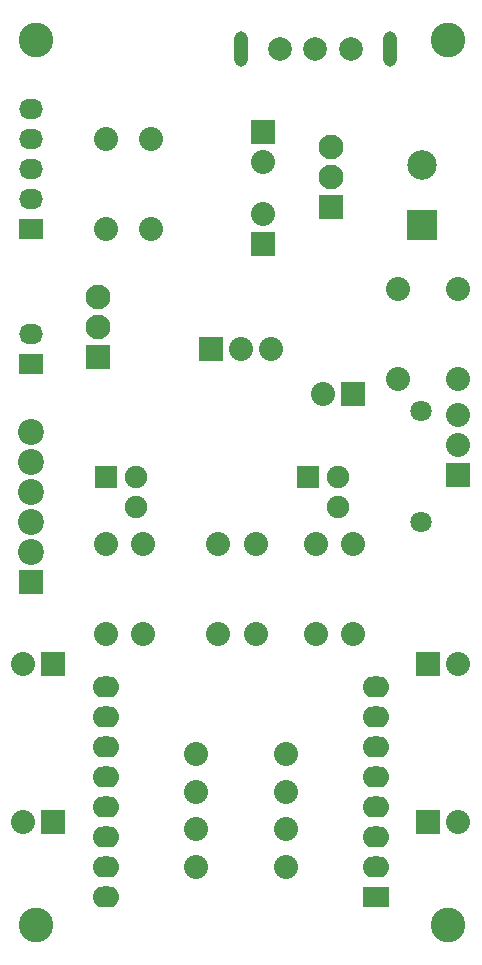
<source format=gbr>
G04 #@! TF.GenerationSoftware,KiCad,Pcbnew,(5.1.10)-1*
G04 #@! TF.CreationDate,2021-08-05T15:33:14+01:00*
G04 #@! TF.ProjectId,Lapse_O_Matic_PCB,4c617073-655f-44f5-9f4d-617469635f50,rev?*
G04 #@! TF.SameCoordinates,PX5d42830PY7b89fa0*
G04 #@! TF.FileFunction,Soldermask,Top*
G04 #@! TF.FilePolarity,Negative*
%FSLAX46Y46*%
G04 Gerber Fmt 4.6, Leading zero omitted, Abs format (unit mm)*
G04 Created by KiCad (PCBNEW (5.1.10)-1) date 2021-08-05 15:33:14*
%MOMM*%
%LPD*%
G01*
G04 APERTURE LIST*
%ADD10C,2.032000*%
%ADD11R,2.032000X2.032000*%
%ADD12C,2.934700*%
%ADD13O,2.286000X1.778000*%
%ADD14R,2.286000X1.778000*%
%ADD15R,2.100580X2.100580*%
%ADD16C,2.199640*%
%ADD17C,2.000000*%
%ADD18O,1.200000X3.000000*%
%ADD19C,1.800000*%
%ADD20R,2.032000X1.727200*%
%ADD21O,2.032000X1.727200*%
%ADD22C,2.100580*%
%ADD23C,1.905000*%
%ADD24R,1.905000X1.905000*%
%ADD25R,2.499360X2.499360*%
%ADD26C,2.499360*%
G04 APERTURE END LIST*
D10*
X40640000Y48387000D03*
X40640000Y45847000D03*
D11*
X40640000Y43307000D03*
D12*
X4857374Y80137000D03*
X39751000Y80137000D03*
X39751000Y5243375D03*
X4857374Y5243375D03*
D13*
X10795000Y12700000D03*
X10795000Y15240000D03*
X10795000Y17780000D03*
X10795000Y20320000D03*
X10795000Y22860000D03*
X10795000Y25400000D03*
X33655000Y25400000D03*
X33655000Y22860000D03*
X33655000Y20320000D03*
X33655000Y17780000D03*
X33655000Y15240000D03*
X33655000Y12700000D03*
X33655000Y10160000D03*
D14*
X33655000Y7620000D03*
D13*
X10795000Y10160000D03*
X10795000Y7620000D03*
D15*
X4445000Y34290000D03*
D16*
X4445000Y36830000D03*
X4445000Y39370000D03*
X4445000Y41910000D03*
X4445000Y44450000D03*
X4445000Y46990000D03*
D10*
X20320000Y37465000D03*
X20320000Y29845000D03*
D17*
X28532620Y79400400D03*
X25525000Y79375000D03*
X31525000Y79375000D03*
D18*
X22225000Y79375000D03*
X34825000Y79375000D03*
D19*
X37465000Y48768000D03*
X37465000Y39370000D03*
D11*
X31750000Y50165000D03*
D10*
X29210000Y50165000D03*
D20*
X4445000Y52705000D03*
D21*
X4445000Y55245000D03*
D10*
X23495000Y37465000D03*
X23495000Y29845000D03*
X40640000Y51435000D03*
X35560000Y51435000D03*
X40640000Y59055000D03*
X35560000Y59055000D03*
X24130000Y69850000D03*
D11*
X24130000Y72390000D03*
X24130000Y62865000D03*
D10*
X24130000Y65405000D03*
D22*
X29845000Y68580000D03*
X29845000Y71120000D03*
D15*
X29845000Y66040000D03*
D10*
X3810000Y27305000D03*
D11*
X6350000Y27305000D03*
X6350000Y13970000D03*
D10*
X3810000Y13970000D03*
X40640000Y27305000D03*
D11*
X38100000Y27305000D03*
X38100000Y13970000D03*
D10*
X40640000Y13970000D03*
X18415000Y19685000D03*
X26035000Y19685000D03*
X26035000Y16510000D03*
X18415000Y16510000D03*
X18415000Y13335000D03*
X26035000Y13335000D03*
X26035000Y10160000D03*
X18415000Y10160000D03*
D20*
X4445000Y64135000D03*
D21*
X4445000Y66675000D03*
X4445000Y69215000D03*
X4445000Y71755000D03*
X4445000Y74295000D03*
D22*
X10160000Y58420000D03*
X10160000Y55880000D03*
D15*
X10160000Y53340000D03*
D10*
X10795000Y37465000D03*
X10795000Y29845000D03*
X13970000Y37465000D03*
X13970000Y29845000D03*
X28575000Y29845000D03*
X28575000Y37465000D03*
X31750000Y29845000D03*
X31750000Y37465000D03*
X10795000Y71755000D03*
X10795000Y64135000D03*
X14605000Y64135000D03*
X14605000Y71755000D03*
D11*
X19685000Y53975000D03*
D10*
X22225000Y53975000D03*
X24765000Y53975000D03*
D23*
X13335000Y40640000D03*
X13335000Y43180000D03*
D24*
X10795000Y43180000D03*
X27940000Y43180000D03*
D23*
X30480000Y43180000D03*
X30480000Y40640000D03*
D25*
X37592000Y64516000D03*
D26*
X37592000Y69596000D03*
M02*

</source>
